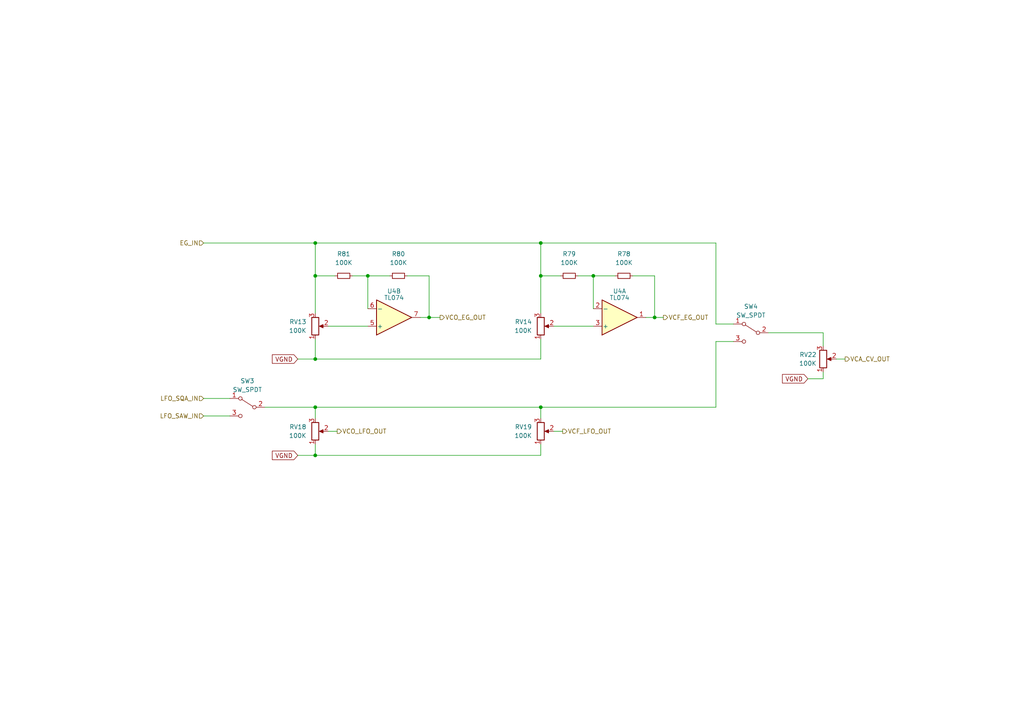
<source format=kicad_sch>
(kicad_sch (version 20211123) (generator eeschema)
  (paper "A4")
  (title_block (title "LivSynth - ModMatrix") (date "2022-07-18") (rev "${Version}") (company "SloBlo Labs"))
  (lib_symbols
    (symbol "Amplifier_Operational:TL074" (pin_names (offset 0.127))
      (property "Reference" "U" (at 0 5.08 0))
      (property "Value" "TL074" (at 0 -5.08 0))
      (symbol "TL074_1_1"
        (polyline (pts (xy -5.08 5.08) (xy 5.08 0) (xy -5.08 -5.08) (xy -5.08 5.08)) (stroke (width 0.254)) (fill (type background)))
        (pin output line (at 7.62 0 180) (length 2.54) (name "~") (number "1"))
        (pin input line (at -7.62 -2.54 0) (length 2.54) (name "-") (number "2"))
        (pin input line (at -7.62 2.54 0) (length 2.54) (name "+") (number "3"))
      )
      (symbol "TL074_2_1"
        (polyline (pts (xy -5.08 5.08) (xy 5.08 0) (xy -5.08 -5.08) (xy -5.08 5.08)) (stroke (width 0.254)) (fill (type background)))
        (pin input line (at -7.62 2.54 0) (length 2.54) (name "+") (number "5"))
        (pin input line (at -7.62 -2.54 0) (length 2.54) (name "-") (number "6"))
        (pin output line (at 7.62 0 180) (length 2.54) (name "~") (number "7"))
      )
      (symbol "TL074_3_1"
        (polyline (pts (xy -5.08 5.08) (xy 5.08 0) (xy -5.08 -5.08) (xy -5.08 5.08)) (stroke (width 0.254)) (fill (type background)))
        (pin input line (at -7.62 2.54 0) (length 2.54) (name "+") (number "10"))
        (pin output line (at 7.62 0 180) (length 2.54) (name "~") (number "8"))
        (pin input line (at -7.62 -2.54 0) (length 2.54) (name "-") (number "9"))
      )
      (symbol "TL074_4_1"
        (polyline (pts (xy -5.08 5.08) (xy 5.08 0) (xy -5.08 -5.08) (xy -5.08 5.08)) (stroke (width 0.254)) (fill (type background)))
        (pin input line (at -7.62 2.54 0) (length 2.54) (name "+") (number "12"))
        (pin input line (at -7.62 -2.54 0) (length 2.54) (name "-") (number "13"))
        (pin output line (at 7.62 0 180) (length 2.54) (name "~") (number "14"))
      )
      (symbol "TL074_5_1"
        (pin power_in line (at -2.54 -7.62 90) (length 3.81) (name "V-") (number "11"))
        (pin power_in line (at -2.54 7.62 270) (length 3.81) (name "V+") (number "4"))
      )
    )
    (symbol "Device:R_Potentiometer" (pin_names (offset 1.016) hide)
      (property "Reference" "RV" (at -4.445 0 90))
      (property "Value" "R_Potentiometer" (at -2.54 0 90))
      (symbol "R_Potentiometer_0_1"
        (polyline (pts (xy 2.54 0) (xy 1.524 0)))
        (polyline (pts (xy 1.143 0) (xy 2.286 0.508) (xy 2.286 -0.508) (xy 1.143 0)) (fill (type outline)))
        (rectangle (start 1.016 2.54) (end -1.016 -2.54) (stroke (width 0.254)))
      )
      (symbol "R_Potentiometer_1_1"
        (pin passive line (at 0 3.81 270) (length 1.27) (name "1") (number "1"))
        (pin passive line (at 3.81 0 180) (length 1.27) (name "2") (number "2"))
        (pin passive line (at 0 -3.81 90) (length 1.27) (name "3") (number "3"))
      )
    )
    (symbol "Device:R_Small" (pin_numbers hide) (pin_names (offset 0.254) hide)
      (property "Reference" "R" (at 0.762 0.508 0))
      (property "Value" "R_Small" (at 0.762 -1.016 0))
      (symbol "R_Small_0_1"
        (rectangle (start -0.762 1.778) (end 0.762 -1.778) (stroke (width 0.2032)))
      )
      (symbol "R_Small_1_1"
        (pin passive line (at 0 2.54 270) (length 0.762) (name "~") (number "1"))
        (pin passive line (at 0 -2.54 90) (length 0.762) (name "~") (number "2"))
      )
    )
    (symbol "Switch:SW_SPDT" (pin_names (offset 0) hide)
      (property "Reference" "SW" (at 0 4.318 0))
      (property "Value" "SW_SPDT" (at 0 -5.08 0))
      (symbol "SW_SPDT_0_0"
        (circle (center -2.032 0) (radius 0.508))
        (circle (center 2.032 -2.54) (radius 0.508))
      )
      (symbol "SW_SPDT_0_1"
        (polyline (pts (xy -1.524 0.254) (xy 1.651 2.286)))
        (circle (center 2.032 2.54) (radius 0.508))
      )
      (symbol "SW_SPDT_1_1"
        (pin passive line (at 5.08 2.54 180) (length 2.54) (name "A") (number "1"))
        (pin passive line (at -5.08 0 0) (length 2.54) (name "B") (number "2"))
        (pin passive line (at 5.08 -2.54 180) (length 2.54) (name "C") (number "3"))
      )
    )
  )
  (junction (at 156.845 80.01))
  (junction (at 124.46 92.075))
  (junction (at 106.68 80.01))
  (junction (at 91.44 70.485))
  (junction (at 91.44 118.11))
  (junction (at 91.44 104.14))
  (junction (at 189.865 92.075))
  (junction (at 91.44 132.08))
  (junction (at 91.44 80.01))
  (junction (at 172.085 80.01))
  (junction (at 156.845 70.485))
  (junction (at 156.845 118.11))
  (wire (pts (xy 113.03 80.01) (xy 106.68 80.01)))
  (wire (pts (xy 91.44 80.01) (xy 97.155 80.01)))
  (wire (pts (xy 207.645 118.11) (xy 207.645 99.06)))
  (wire (pts (xy 91.44 70.485) (xy 156.845 70.485)))
  (wire (pts (xy 59.055 70.485) (xy 91.44 70.485)))
  (wire (pts (xy 59.055 120.65) (xy 66.675 120.65)))
  (wire (pts (xy 167.64 80.01) (xy 172.085 80.01)))
  (wire (pts (xy 160.655 125.095) (xy 163.195 125.095)))
  (wire (pts (xy 156.845 98.425) (xy 156.845 104.14)))
  (wire (pts (xy 212.725 93.98) (xy 207.645 93.98)))
  (wire (pts (xy 242.57 104.14) (xy 245.11 104.14)))
  (wire (pts (xy 86.36 132.08) (xy 91.44 132.08)))
  (wire (pts (xy 95.25 94.615) (xy 106.68 94.615)))
  (wire (pts (xy 124.46 80.01) (xy 124.46 92.075)))
  (wire (pts (xy 207.645 70.485) (xy 156.845 70.485)))
  (wire (pts (xy 160.655 94.615) (xy 172.085 94.615)))
  (wire (pts (xy 212.725 99.06) (xy 207.645 99.06)))
  (wire (pts (xy 102.235 80.01) (xy 106.68 80.01)))
  (wire (pts (xy 207.645 93.98) (xy 207.645 70.485)))
  (wire (pts (xy 183.515 80.01) (xy 189.865 80.01)))
  (wire (pts (xy 118.11 80.01) (xy 124.46 80.01)))
  (wire (pts (xy 238.76 100.33) (xy 238.76 96.52)))
  (wire (pts (xy 178.435 80.01) (xy 172.085 80.01)))
  (wire (pts (xy 91.44 118.11) (xy 156.845 118.11)))
  (wire (pts (xy 189.865 92.075) (xy 192.405 92.075)))
  (wire (pts (xy 86.36 104.14) (xy 91.44 104.14)))
  (wire (pts (xy 106.68 80.01) (xy 106.68 89.535)))
  (wire (pts (xy 95.25 125.095) (xy 97.79 125.095)))
  (wire (pts (xy 156.845 80.01) (xy 162.56 80.01)))
  (wire (pts (xy 156.845 128.905) (xy 156.845 132.08)))
  (wire (pts (xy 156.845 121.285) (xy 156.845 118.11)))
  (wire (pts (xy 156.845 70.485) (xy 156.845 80.01)))
  (wire (pts (xy 124.46 92.075) (xy 121.92 92.075)))
  (wire (pts (xy 91.44 118.11) (xy 91.44 121.285)))
  (wire (pts (xy 234.315 109.855) (xy 238.76 109.855)))
  (wire (pts (xy 91.44 98.425) (xy 91.44 104.14)))
  (wire (pts (xy 189.865 92.075) (xy 187.325 92.075)))
  (wire (pts (xy 91.44 104.14) (xy 156.845 104.14)))
  (wire (pts (xy 91.44 128.905) (xy 91.44 132.08)))
  (wire (pts (xy 91.44 132.08) (xy 156.845 132.08)))
  (wire (pts (xy 59.055 115.57) (xy 66.675 115.57)))
  (wire (pts (xy 91.44 70.485) (xy 91.44 80.01)))
  (wire (pts (xy 156.845 118.11) (xy 207.645 118.11)))
  (wire (pts (xy 238.76 107.95) (xy 238.76 109.855)))
  (wire (pts (xy 189.865 80.01) (xy 189.865 92.075)))
  (wire (pts (xy 222.885 96.52) (xy 238.76 96.52)))
  (wire (pts (xy 172.085 80.01) (xy 172.085 89.535)))
  (wire (pts (xy 76.835 118.11) (xy 91.44 118.11)))
  (wire (pts (xy 156.845 80.01) (xy 156.845 90.805)))
  (wire (pts (xy 91.44 80.01) (xy 91.44 90.805)))
  (wire (pts (xy 124.46 92.075) (xy 127.635 92.075)))
  (global_label "VGND" (shape input) (at 86.36 132.08 180) (property "Intersheet References" "${INTERSHEET_REFS}" (effects hide)))
  (global_label "VGND" (shape input) (at 86.36 104.14 180) (property "Intersheet References" "${INTERSHEET_REFS}" (effects hide)))
  (global_label "VGND" (shape input) (at 234.315 109.855 180) (property "Intersheet References" "${INTERSHEET_REFS}" (effects hide)))
  (hierarchical_label "VCO_EG_OUT" (shape output) (at 127.635 92.075 0))
  (hierarchical_label "LFO_SAW_IN" (shape input) (at 59.055 120.65 180))
  (hierarchical_label "VCO_LFO_OUT" (shape output) (at 97.79 125.095 0))
  (hierarchical_label "VCF_LFO_OUT" (shape output) (at 163.195 125.095 0))
  (hierarchical_label "VCA_CV_OUT" (shape output) (at 245.11 104.14 0))
  (hierarchical_label "LFO_SQA_IN" (shape input) (at 59.055 115.57 180))
  (hierarchical_label "VCF_EG_OUT" (shape output) (at 192.405 92.075 0))
  (hierarchical_label "EG_IN" (shape input) (at 59.055 70.485 180))
  (symbol (lib_id "Device:R_Potentiometer") (at 156.845 94.615 0) (mirror x) (unit 1)
    (property "Reference" "RV14" (at 154.305 93.3449 0) (effects (justify right)))
    (property "Value" "100K" (at 154.305 95.8849 0) (effects (justify right)))
    (property "Footprint" "SloBlo:Alpha_RD901F" (effects hide))
  )
  (symbol (lib_id "Device:R_Potentiometer") (at 156.845 125.095 0) (mirror x) (unit 1)
    (property "Reference" "RV19" (at 154.305 123.8249 0) (effects (justify right)))
    (property "Value" "100K" (at 154.305 126.3649 0) (effects (justify right)))
    (property "Footprint" "SloBlo:Alpha_RD901F" (effects hide))
  )
  (symbol (lib_id "Device:R_Small") (at 180.975 80.01 90) (unit 1)
    (property "Reference" "R78" (at 180.975 73.66 90))
    (property "Value" "100K" (at 180.975 76.2 90))
    (property "Footprint" "Resistor_THT:R_Axial_DIN0207_L6.3mm_D2.5mm_P7.62mm_Horizontal" (effects hide))
  )
  (symbol (lib_id "Device:R_Potentiometer") (at 91.44 125.095 0) (mirror x) (unit 1)
    (property "Reference" "RV18" (at 88.9 123.8249 0) (effects (justify right)))
    (property "Value" "100K" (at 88.9 126.3649 0) (effects (justify right)))
    (property "Footprint" "SloBlo:Alpha_RD901F" (effects hide))
  )
  (symbol (lib_id "Device:R_Small") (at 165.1 80.01 90) (unit 1)
    (property "Reference" "R79" (at 165.1 73.66 90))
    (property "Value" "100K" (at 165.1 76.2 90))
    (property "Footprint" "Resistor_THT:R_Axial_DIN0207_L6.3mm_D2.5mm_P7.62mm_Horizontal" (effects hide))
  )
  (symbol (lib_id "Switch:SW_SPDT") (at 217.805 96.52 0) (mirror y) (unit 1)
    (property "Reference" "SW4" (at 217.805 88.9 0))
    (property "Value" "SW_SPDT" (at 217.805 91.44 0))
    (property "Footprint" "SloBlo:SW_Toggle_MS500" (effects hide))
  )
  (symbol (lib_id "Device:R_Potentiometer") (at 91.44 94.615 0) (mirror x) (unit 1)
    (property "Reference" "RV13" (at 88.9 93.3449 0) (effects (justify right)))
    (property "Value" "100K" (at 88.9 95.8849 0) (effects (justify right)))
    (property "Footprint" "SloBlo:Alpha_RD901F" (effects hide))
  )
  (symbol (lib_id "Device:R_Small") (at 115.57 80.01 90) (unit 1)
    (property "Reference" "R80" (at 115.57 73.66 90))
    (property "Value" "100K" (at 115.57 76.2 90))
    (property "Footprint" "Resistor_THT:R_Axial_DIN0207_L6.3mm_D2.5mm_P7.62mm_Horizontal" (effects hide))
  )
  (symbol (lib_id "Device:R_Small") (at 99.695 80.01 90) (unit 1)
    (property "Reference" "R81" (at 99.695 73.66 90))
    (property "Value" "100K" (at 99.695 76.2 90))
    (property "Footprint" "Resistor_THT:R_Axial_DIN0207_L6.3mm_D2.5mm_P7.62mm_Horizontal" (effects hide))
  )
  (symbol (lib_id "Device:R_Potentiometer") (at 238.76 104.14 0) (mirror x) (unit 1)
    (property "Reference" "RV22" (at 236.855 102.8699 0) (effects (justify right)))
    (property "Value" "100K" (at 236.855 105.4099 0) (effects (justify right)))
    (property "Footprint" "SloBlo:Alpha_RD901F" (effects hide))
  )
  (symbol (lib_id "Amplifier_Operational:TL074") (at 179.705 92.075 0) (mirror x) (unit 1)
    (property "Reference" "U4" (at 179.705 84.455 0))
    (property "Value" "TL074" (at 179.705 86.36 0))
    (property "Footprint" "Package_SO:SOIC-14_3.9x8.7mm_P1.27mm" (effects hide))
    (property "Datasheet" "http://www.ti.com/lit/ds/symlink/tl071.pdf" (effects hide))
    (property "LCSC" "C2057504" (effects hide))
  )
  (symbol (lib_id "Switch:SW_SPDT") (at 71.755 118.11 0) (mirror y) (unit 1)
    (property "Reference" "SW3" (at 71.755 110.49 0))
    (property "Value" "SW_SPDT" (at 71.755 113.03 0))
    (property "Footprint" "SloBlo:SW_Toggle_MS500" (effects hide))
  )
  (symbol (lib_id "Amplifier_Operational:TL074") (at 114.3 92.075 0) (mirror x) (unit 2)
    (property "Reference" "U4" (at 114.3 84.455 0))
    (property "Value" "TL074" (at 114.3 86.36 0))
    (property "Footprint" "Package_SO:SOIC-14_3.9x8.7mm_P1.27mm" (effects hide))
    (property "Datasheet" "http://www.ti.com/lit/ds/symlink/tl071.pdf" (effects hide))
    (property "LCSC" "C2057504" (effects hide))
  )
)
</source>
